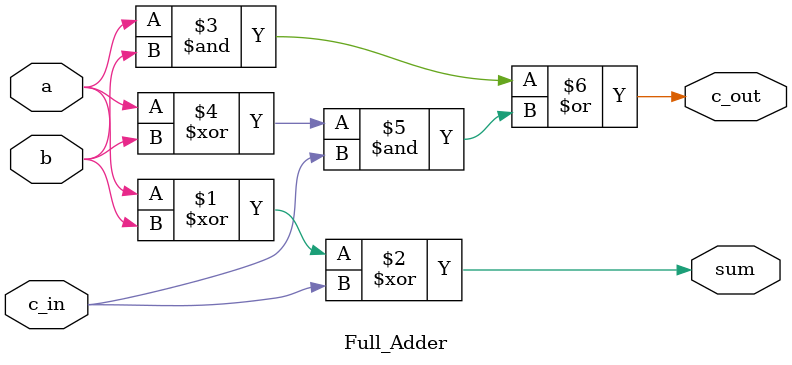
<source format=v>
`timescale 1ns / 1ps


module Full_Adder(a,b,c_in,sum,c_out);
input a;
input b;
input c_in;
output sum;
output c_out;
assign sum=a^b^c_in;
assign c_out= a&b | {(a^b)&c_in};
endmodule

</source>
